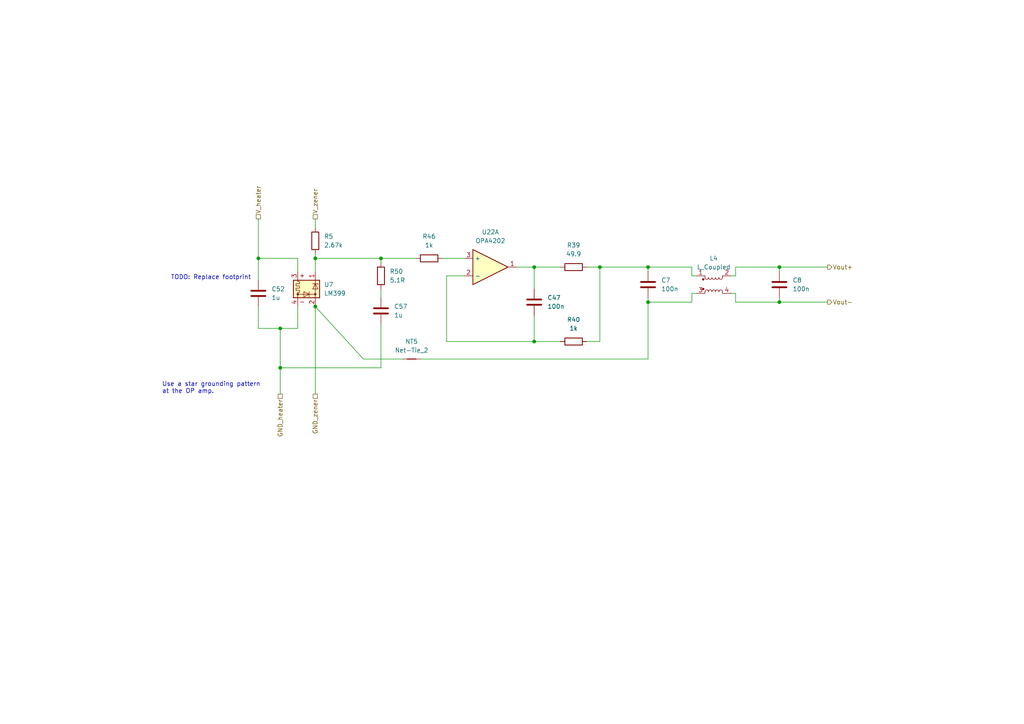
<source format=kicad_sch>
(kicad_sch (version 20231120) (generator "eeschema") (generator_version "8.0")
  (paper "A4")
  (title_block (title "LM399/ADR1399 Burnin Board") (date "2024-11-21") (rev "1.0.1") (company "TU Darmstadt, IAP, APQ") (comment 1 "Copyright (©) 2021, Patrick Baus <patrick.baus@physik.tu-darmstadt.de>") (comment 2 "Licensed under CERN OHL-W v2.0"))
  (lib_symbols
    (symbol "Amplifier_Operational:OPA4197xD"
      (property "Reference" "U" (at 0 3.81 0))
      (property "Value" "OPA4197xD" (at 0 -3.81 0))
      (symbol "OPA4197xD_1_1"
        (polyline (pts (xy -5.08 5.08) (xy 5.08 0) (xy -5.08 -5.08) (xy -5.08 5.08)) (stroke (width 0.254)) (fill (type background)))
        (pin output line (at 7.62 0 180) (length 2.54) (name "~") (number "1"))
        (pin input line (at -7.62 -2.54 0) (length 2.54) (name "-") (number "2"))
        (pin input line (at -7.62 2.54 0) (length 2.54) (name "+") (number "3"))
      )
      (symbol "OPA4197xD_2_1"
        (polyline (pts (xy -5.08 5.08) (xy 5.08 0) (xy -5.08 -5.08) (xy -5.08 5.08)) (stroke (width 0.254)) (fill (type background)))
        (pin input line (at -7.62 2.54 0) (length 2.54) (name "+") (number "5"))
        (pin input line (at -7.62 -2.54 0) (length 2.54) (name "-") (number "6"))
        (pin output line (at 7.62 0 180) (length 2.54) (name "~") (number "7"))
      )
      (symbol "OPA4197xD_3_1"
        (polyline (pts (xy -5.08 5.08) (xy 5.08 0) (xy -5.08 -5.08) (xy -5.08 5.08)) (stroke (width 0.254)) (fill (type background)))
        (pin input line (at -7.62 2.54 0) (length 2.54) (name "+") (number "10"))
        (pin output line (at 7.62 0 180) (length 2.54) (name "~") (number "8"))
        (pin input line (at -7.62 -2.54 0) (length 2.54) (name "-") (number "9"))
      )
      (symbol "OPA4197xD_4_1"
        (polyline (pts (xy -5.08 5.08) (xy 5.08 0) (xy -5.08 -5.08) (xy -5.08 5.08)) (stroke (width 0.254)) (fill (type background)))
        (pin input line (at -7.62 2.54 0) (length 2.54) (name "+") (number "12"))
        (pin input line (at -7.62 -2.54 0) (length 2.54) (name "-") (number "13"))
        (pin output line (at 7.62 0 180) (length 2.54) (name "~") (number "14"))
      )
      (symbol "OPA4197xD_5_1"
        (pin power_in line (at -2.54 -7.62 90) (length 3.81) (name "V-") (number "11"))
        (pin power_in line (at -2.54 7.62 270) (length 3.81) (name "V+") (number "4"))
      )
    )
    (symbol "Device:C" (pin_numbers hide) (pin_names (offset 0.254))
      (property "Reference" "C" (at 0.635 2.54 0))
      (property "Value" "C" (at 0.635 -2.54 0))
      (symbol "C_0_1"
        (polyline (pts (xy -2.032 -0.762) (xy 2.032 -0.762)) (stroke (width 0.508)))
        (polyline (pts (xy -2.032 0.762) (xy 2.032 0.762)) (stroke (width 0.508)))
      )
      (symbol "C_1_1"
        (pin passive line (at 0 3.81 270) (length 2.794) (name "~") (number "1"))
        (pin passive line (at 0 -3.81 90) (length 2.794) (name "~") (number "2"))
      )
    )
    (symbol "Device:L_Coupled" (pin_names (offset 0.254) hide)
      (property "Reference" "L" (at 0 4.445 0))
      (property "Value" "L_Coupled" (at 0 -4.445 0))
      (symbol "L_Coupled_0_1"
        (circle (center -3.048 -1.27) (radius 0.254) (fill (type outline)))
        (circle (center -3.048 1.524) (radius 0.254) (fill (type outline)))
        (arc (start -2.54 2.032) (mid -2.032 1.5262) (end -1.524 2.032))
        (arc (start -1.524 -2.032) (mid -2.032 -1.5262) (end -2.54 -2.032))
        (arc (start -1.524 2.032) (mid -1.016 1.5262) (end -0.508 2.032))
        (arc (start -0.508 -2.032) (mid -1.016 -1.5262) (end -1.524 -2.032))
        (arc (start -0.508 2.032) (mid 0 1.5262) (end 0.508 2.032))
        (polyline (pts (xy -2.54 -2.032) (xy -2.54 -2.54)))
        (polyline (pts (xy -2.54 2.032) (xy -2.54 2.54)))
        (polyline (pts (xy 2.54 -2.032) (xy 2.54 -2.54)))
        (polyline (pts (xy 2.54 2.54) (xy 2.54 2.032)))
        (arc (start 0.508 -2.032) (mid 0 -1.5262) (end -0.508 -2.032))
        (arc (start 0.508 2.032) (mid 1.016 1.5262) (end 1.524 2.032))
        (arc (start 1.524 -2.032) (mid 1.016 -1.5262) (end 0.508 -2.032))
        (arc (start 1.524 2.032) (mid 2.032 1.5262) (end 2.54 2.032))
        (arc (start 2.54 -2.032) (mid 2.032 -1.5262) (end 1.524 -2.032))
      )
      (symbol "L_Coupled_1_1"
        (pin passive line (at -5.08 2.54 0) (length 2.54) (name "1") (number "1"))
        (pin passive line (at 5.08 2.54 180) (length 2.54) (name "2") (number "2"))
        (pin passive line (at -5.08 -2.54 0) (length 2.54) (name "3") (number "3"))
        (pin passive line (at 5.08 -2.54 180) (length 2.54) (name "4") (number "4"))
      )
    )
    (symbol "Device:NetTie_2" (pin_numbers hide) (pin_names (offset 0) hide) (in_bom no)
      (property "Reference" "NT" (at 0 1.27 0))
      (property "Value" "NetTie_2" (at 0 -1.27 0))
      (symbol "NetTie_2_0_1"
        (polyline (pts (xy -1.27 0) (xy 1.27 0)) (stroke (width 0.254)))
      )
      (symbol "NetTie_2_1_1"
        (pin passive line (at -2.54 0 0) (length 2.54) (name "1") (number "1"))
        (pin passive line (at 2.54 0 180) (length 2.54) (name "2") (number "2"))
      )
    )
    (symbol "Device:R" (pin_numbers hide) (pin_names (offset 0))
      (property "Reference" "R" (at 2.032 0 90))
      (property "Value" "R" (at 0 0 90))
      (symbol "R_0_1"
        (rectangle (start -1.016 -2.54) (end 1.016 2.54) (stroke (width 0.254)))
      )
      (symbol "R_1_1"
        (pin passive line (at 0 3.81 270) (length 1.27) (name "~") (number "1"))
        (pin passive line (at 0 -3.81 90) (length 1.27) (name "~") (number "2"))
      )
    )
    (symbol "Reference_Voltage:LM399" (pin_names (offset 1.016) hide)
      (property "Reference" "U" (at 3.81 1.27 0))
      (property "Value" "LM399" (at 3.81 -1.27 0))
      (symbol "LM399_0_0"
        (text "+" (at -1.27 3.937 0) (effects (font (size 1.27 1.27))))
      )
      (symbol "LM399_0_1"
        (rectangle (start -3.81 2.54) (end 3.81 -2.54) (stroke (width 0.254)) (fill (type background)))
        (circle (center -2.54 -1.524) (radius 0.254) (fill (type outline)))
        (polyline (pts (xy -2.54 -2.54) (xy -2.54 -1.016) (xy -2.032 -1.016) (xy -2.032 -0.381) (xy -3.048 -0.381) (xy -3.048 0.254) (xy -2.032 0.254) (xy -2.032 0.889) (xy -3.048 0.889) (xy -3.048 1.524) (xy -2.032 1.524) (xy -2.032 2.159) (xy -2.54 2.159) (xy -2.54 2.54)))
        (circle (center 2.54 -1.524) (radius 0.254) (fill (type outline)))
      )
      (symbol "LM399_1_1"
        (polyline (pts (xy 2.54 -1.524) (xy -2.54 -1.524)))
        (polyline (pts (xy 2.54 2.54) (xy 2.54 -2.54)))
        (polyline (pts (xy 0.762 -0.762) (xy 0.762 -1.524) (xy 0.762 -2.286)))
        (polyline (pts (xy 1.778 1.524) (xy 3.302 1.524) (xy 3.302 1.27)))
        (polyline (pts (xy -0.762 -0.762) (xy -0.762 -2.286) (xy 0.762 -1.524) (xy -0.762 -0.762)))
        (polyline (pts (xy 1.778 0) (xy 3.302 0) (xy 2.54 1.524) (xy 1.778 0)))
        (text "-" (at -1.27 -3.683 0) (effects (font (size 1.27 1.27))))
        (pin passive line (at 2.54 5.08 270) (length 2.54) (name "~") (number "1"))
        (pin passive line (at 2.54 -5.08 90) (length 2.54) (name "~") (number "2"))
        (pin power_in line (at -2.54 5.08 270) (length 2.54) (name "~") (number "3"))
        (pin power_in line (at -2.54 -5.08 90) (length 2.54) (name "~") (number "4"))
      )
    )
  )
  (junction (at 81.28 95.25))
  (junction (at 154.94 77.47))
  (junction (at 173.99 77.47))
  (junction (at 91.44 74.93))
  (junction (at 74.93 74.93))
  (junction (at 110.49 74.93))
  (junction (at 154.94 99.06))
  (junction (at 187.96 77.47))
  (junction (at 187.96 87.63))
  (junction (at 226.06 87.63))
  (junction (at 81.28 106.68))
  (junction (at 226.06 77.47))
  (junction (at 91.44 88.9))
  (wire (pts (xy 74.93 74.93) (xy 86.36 74.93)))
  (wire (pts (xy 212.09 80.01) (xy 213.36 80.01)))
  (wire (pts (xy 74.93 95.25) (xy 81.28 95.25)))
  (wire (pts (xy 110.49 86.36) (xy 110.49 83.82)))
  (wire (pts (xy 86.36 88.9) (xy 86.36 95.25)))
  (wire (pts (xy 74.93 88.9) (xy 74.93 95.25)))
  (wire (pts (xy 201.93 85.09) (xy 200.66 85.09)))
  (wire (pts (xy 91.44 73.66) (xy 91.44 74.93)))
  (wire (pts (xy 173.99 99.06) (xy 170.18 99.06)))
  (wire (pts (xy 200.66 87.63) (xy 187.96 87.63)))
  (wire (pts (xy 187.96 77.47) (xy 200.66 77.47)))
  (wire (pts (xy 129.54 80.01) (xy 129.54 99.06)))
  (wire (pts (xy 173.99 77.47) (xy 187.96 77.47)))
  (wire (pts (xy 81.28 106.68) (xy 81.28 114.3)))
  (wire (pts (xy 74.93 74.93) (xy 74.93 81.28)))
  (wire (pts (xy 128.27 74.93) (xy 134.62 74.93)))
  (wire (pts (xy 162.56 77.47) (xy 154.94 77.47)))
  (wire (pts (xy 91.44 88.9) (xy 91.44 114.3)))
  (wire (pts (xy 226.06 86.36) (xy 226.06 87.63)))
  (wire (pts (xy 187.96 78.74) (xy 187.96 77.47)))
  (wire (pts (xy 200.66 77.47) (xy 200.66 80.01)))
  (wire (pts (xy 240.03 87.63) (xy 226.06 87.63)))
  (wire (pts (xy 105.41 104.14) (xy 116.84 104.14)))
  (wire (pts (xy 213.36 80.01) (xy 213.36 77.47)))
  (wire (pts (xy 162.56 99.06) (xy 154.94 99.06)))
  (wire (pts (xy 81.28 95.25) (xy 81.28 106.68)))
  (wire (pts (xy 105.41 104.14) (xy 91.44 88.9)))
  (wire (pts (xy 154.94 83.82) (xy 154.94 77.47)))
  (wire (pts (xy 226.06 77.47) (xy 240.03 77.47)))
  (wire (pts (xy 86.36 74.93) (xy 86.36 78.74)))
  (wire (pts (xy 91.44 74.93) (xy 91.44 78.74)))
  (wire (pts (xy 91.44 74.93) (xy 110.49 74.93)))
  (wire (pts (xy 74.93 63.5) (xy 74.93 74.93)))
  (wire (pts (xy 213.36 87.63) (xy 213.36 85.09)))
  (wire (pts (xy 154.94 77.47) (xy 149.86 77.47)))
  (wire (pts (xy 226.06 87.63) (xy 213.36 87.63)))
  (wire (pts (xy 187.96 87.63) (xy 187.96 104.14)))
  (wire (pts (xy 110.49 93.98) (xy 110.49 106.68)))
  (wire (pts (xy 110.49 74.93) (xy 120.65 74.93)))
  (wire (pts (xy 173.99 77.47) (xy 170.18 77.47)))
  (wire (pts (xy 187.96 87.63) (xy 187.96 86.36)))
  (wire (pts (xy 121.92 104.14) (xy 187.96 104.14)))
  (wire (pts (xy 200.66 85.09) (xy 200.66 87.63)))
  (wire (pts (xy 91.44 63.5) (xy 91.44 66.04)))
  (wire (pts (xy 154.94 91.44) (xy 154.94 99.06)))
  (wire (pts (xy 86.36 95.25) (xy 81.28 95.25)))
  (wire (pts (xy 173.99 77.47) (xy 173.99 99.06)))
  (wire (pts (xy 200.66 80.01) (xy 201.93 80.01)))
  (wire (pts (xy 154.94 99.06) (xy 129.54 99.06)))
  (wire (pts (xy 110.49 74.93) (xy 110.49 76.2)))
  (wire (pts (xy 134.62 80.01) (xy 129.54 80.01)))
  (wire (pts (xy 110.49 106.68) (xy 81.28 106.68)))
  (wire (pts (xy 213.36 77.47) (xy 226.06 77.47)))
  (wire (pts (xy 226.06 77.47) (xy 226.06 78.74)))
  (wire (pts (xy 213.36 85.09) (xy 212.09 85.09)))
  (text "TODO: Replace footprint" (at 49.53 81.28 0) (effects (font (size 1.27 1.27)) (justify left bottom)))
  (text "Use a star grounding pattern\nat the OP amp." (at 46.99 114.3 0) (effects (font (size 1.27 1.27)) (justify left bottom)))
  (hierarchical_label "V_heater" (shape passive) (at 74.93 63.5 90))
  (hierarchical_label "V_zener" (shape passive) (at 91.44 63.5 90))
  (hierarchical_label "Vout-" (shape output) (at 240.03 87.63 0))
  (hierarchical_label "GND_zener" (shape passive) (at 91.44 114.3 270))
  (hierarchical_label "GND_heater" (shape passive) (at 81.28 114.3 270))
  (hierarchical_label "Vout+" (shape output) (at 240.03 77.47 0))
  (symbol (lib_id "Device:R") (at 91.44 69.85 0) (unit 1)
    (property "Reference" "R9" (at 93.98 68.58 0) (effects (justify left)))
    (property "Value" "2.67k" (at 93.98 71.12 0) (effects (justify left)))
    (property "Footprint" "Capacitor_SMD:C_0805_2012Metric" (effects (hide yes)))
    (property "MFN" "Susumu" (effects (hide yes)))
    (property "PN" "RR1220P-2671-D-M" (effects (hide yes)))
    (instances (project "lm399_burnin_board" (path "" (reference "R5") (unit 1)) (path "" (reference "R31") (unit 1)) (path "" (reference "R2") (unit 1)) (path "" (reference "R6") (unit 1)) (path "" (reference "R10") (unit 1)) (path "" (reference "R69") (unit 1)) (path "" (reference "R7") (unit 1)) (path "" (reference "R11") (unit 1)) (path "" (reference "R12") (unit 1)) (path "" (reference "R8") (unit 1)) (path "" (reference "R9") (unit 1)) (path "" (reference "R13") (unit 1)) (path "" (reference "R17") (unit 1)) (path "" (reference "R92") (unit 1)) (path "" (reference "R14") (unit 1)) (path "" (reference "R18") (unit 1)) (path "" (reference "R3") (unit 1)) (path "" (reference "R36") (unit 1)) (path "" (reference "R1") (unit 1)) (path "" (reference "R4") (unit 1))))
  )
  (symbol (lib_id "Device:R") (at 110.49 80.01 0) (unit 1)
    (property "Reference" "R55" (at 113.03 78.74 0) (effects (justify left)))
    (property "Value" "5.1R" (at 113.03 81.28 0) (effects (justify left)))
    (property "Footprint" "Capacitor_SMD:C_0603_1608Metric" (effects (hide yes)))
    (property "MFN" "Vishay" (effects (hide yes)))
    (property "PN" "CRCW06035R10JNEA" (effects (hide yes)))
    (instances (project "main" (path "" (reference "R50") (unit 1)) (path "" (reference "R20") (unit 1)) (path "" (reference "R19") (unit 1)) (path "" (reference "R49") (unit 1)) (path "" (reference "R85") (unit 1)) (path "" (reference "R54") (unit 1)) (path "" (reference "R59") (unit 1)) (path "" (reference "R84") (unit 1)) (path "" (reference "R83") (unit 1)) (path "" (reference "R53") (unit 1)) (path "" (reference "R55") (unit 1)) (path "" (reference "R82") (unit 1)) (path "" (reference "R102") (unit 1)) (path "" (reference "R86") (unit 1)) (path "" (reference "R87") (unit 1)) (path "" (reference "R101") (unit 1)) (path "" (reference "R52") (unit 1)) (path "" (reference "R22") (unit 1)) (path "" (reference "R21") (unit 1)) (path "" (reference "R51") (unit 1))))
  )
  (symbol (lib_id "Device:C") (at 110.49 90.17 0) (unit 1)
    (property "Reference" "C59" (at 114.3 88.9 0) (effects (justify left)))
    (property "Value" "1u" (at 114.3 91.44 0) (effects (justify left)))
    (property "Footprint" "Capacitor_SMD:C_0603_1608Metric" (effects (hide yes)))
    (property "MFN" "TDK" (effects (hide yes)))
    (property "PN" "CGA3E1X7R1V105K080AE" (effects (hide yes)))
    (instances (project "main" (path "" (reference "C57") (unit 1)) (path "" (reference "C34") (unit 1)) (path "" (reference "C32") (unit 1)) (path "" (reference "C51") (unit 1)) (path "" (reference "C92") (unit 1)) (path "" (reference "C62") (unit 1)) (path "" (reference "C61") (unit 1)) (path "" (reference "C87") (unit 1)) (path "" (reference "C91") (unit 1)) (path "" (reference "C60") (unit 1)) (path "" (reference "C59") (unit 1)) (path "" (reference "C84") (unit 1)) (path "" (reference "C107") (unit 1)) (path "" (reference "C96") (unit 1)) (path "" (reference "C95") (unit 1)) (path "" (reference "C105") (unit 1)) (path "" (reference "C58") (unit 1)) (path "" (reference "C38") (unit 1)) (path "" (reference "C36") (unit 1)) (path "" (reference "C53") (unit 1))))
  )
  (symbol (lib_id "Amplifier_Operational:OPA4197xD") (at 142.24 77.47 0) (unit 3)
    (property "Reference" "U24" (at 142.24 67.31 0))
    (property "Value" "OPA4202" (at 142.24 69.85 0))
    (property "Footprint" "Package_SO:SOIC-14_3.9x8.7mm_P1.27mm" (effects (hide yes)))
    (property "Datasheet" "http://www.ti.com/lit/ds/symlink/opa4197.pdf" (effects (hide yes)))
    (property "MFN" "Texas Instruments" (effects (hide yes)))
    (property "PN" "OPA4202ID" (effects (hide yes)))
    (instances (project "main" (path "" (reference "U22") (unit 1)) (path "" (reference "U22") (unit 2)) (path "" (reference "U22") (unit 3)) (path "" (reference "U22") (unit 4)) (path "" (reference "U25") (unit 1)) (path "" (reference "U25") (unit 2)) (path "" (reference "U25") (unit 3)) (path "" (reference "U25") (unit 4)) (path "" (reference "U24") (unit 1)) (path "" (reference "U24") (unit 2)) (path "" (reference "U24") (unit 3)) (path "" (reference "U24") (unit 4)) (path "" (reference "U26") (unit 1)) (path "" (reference "U26") (unit 2)) (path "" (reference "U26") (unit 3)) (path "" (reference "U26") (unit 4)) (path "" (reference "U23") (unit 1)) (path "" (reference "U23") (unit 2)) (path "" (reference "U23") (unit 3)) (path "" (reference "U23") (unit 4))))
  )
  (symbol (lib_id "Device:L_Coupled") (at 207.01 82.55 0) (unit 1)
    (property "Reference" "L19" (at 207.01 74.93 0))
    (property "Value" "L_Coupled" (at 207.01 77.47 0))
    (property "Footprint" "Custom Footprints:L_CommonMode_EPCOS_B82790" (effects (hide yes)))
    (property "MFN" "EPCOS" (effects (hide yes)))
    (property "PN" "B82790S0513N201" (effects (hide yes)))
    (instances (project "main" (path "" (reference "L4") (unit 1)) (path "" (reference "L2") (unit 1)) (path "" (reference "L16") (unit 1)) (path "" (reference "L3") (unit 1)) (path "" (reference "L11") (unit 1)) (path "" (reference "L7") (unit 1)) (path "" (reference "L17") (unit 1)) (path "" (reference "L10") (unit 1)) (path "" (reference "L9") (unit 1)) (path "" (reference "L18") (unit 1)) (path "" (reference "L19") (unit 1)) (path "" (reference "L8") (unit 1)) (path "" (reference "L14") (unit 1)) (path "" (reference "L12") (unit 1)) (path "" (reference "L20") (unit 1)) (path "" (reference "L13") (unit 1)) (path "" (reference "L6") (unit 1)) (path "" (reference "L1") (unit 1)) (path "" (reference "L15") (unit 1)) (path "" (reference "L5") (unit 1))))
  )
  (symbol (lib_id "Device:C") (at 187.96 82.55 0) (unit 1)
    (property "Reference" "C90" (at 191.77 81.28 0) (effects (justify left)))
    (property "Value" "100n" (at 191.77 83.82 0) (effects (justify left)))
    (property "Footprint" "Capacitor_SMD:C_1206_3216Metric" (effects (hide yes)))
    (property "MFN" "TDK" (effects (hide yes)))
    (property "PN" "CGA5L2C0G1H104J160AA" (effects (hide yes)))
    (instances (project "main" (path "" (reference "C7") (unit 1)) (path "" (reference "C3") (unit 1)) (path "" (reference "C64") (unit 1)) (path "" (reference "C5") (unit 1)) (path "" (reference "C21") (unit 1)) (path "" (reference "C13") (unit 1)) (path "" (reference "C70") (unit 1)) (path "" (reference "C19") (unit 1)) (path "" (reference "C17") (unit 1)) (path "" (reference "C76") (unit 1)) (path "" (reference "C90") (unit 1)) (path "" (reference "C15") (unit 1)) (path "" (reference "C29") (unit 1)) (path "" (reference "C23") (unit 1)) (path "" (reference "C94") (unit 1)) (path "" (reference "C27") (unit 1)) (path "" (reference "C11") (unit 1)) (path "" (reference "C1") (unit 1)) (path "" (reference "C56") (unit 1)) (path "" (reference "C9") (unit 1))))
  )
  (symbol (lib_id "Reference_Voltage:LM399") (at 88.9 83.82 0) (unit 1)
    (property "Reference" "U12" (at 93.98 82.55 0) (effects (justify left)))
    (property "Value" "LM399" (at 93.98 85.09 0) (effects (justify left)))
    (property "Footprint" "Custom_footprints_project:Analog_TO-46-4_ThermalShield_socket" (effects (hide yes)))
    (property "Datasheet" "https://www.analog.com/media/en/technical-documentation/data-sheets/199399fc.pdf" (effects (hide yes)))
    (property "MFN" "Molex" (effects (hide yes)))
    (property "PN" "79107-7001" (effects (hide yes)))
    (instances (project "main" (path "" (reference "U7") (unit 1)) (path "" (reference "U3") (unit 1)) (path "" (reference "U4") (unit 1)) (path "" (reference "U8") (unit 1)) (path "" (reference "U13") (unit 1)) (path "" (reference "U9") (unit 1)) (path "" (reference "U10") (unit 1)) (path "" (reference "U14") (unit 1)) (path "" (reference "U15") (unit 1)) (path "" (reference "U11") (unit 1)) (path "" (reference "U12") (unit 1)) (path "" (reference "U16") (unit 1)) (path "" (reference "U19") (unit 1)) (path "" (reference "U17") (unit 1)) (path "" (reference "U18") (unit 1)) (path "" (reference "U20") (unit 1)) (path "" (reference "U5") (unit 1)) (path "" (reference "U1") (unit 1)) (path "" (reference "U2") (unit 1)) (path "" (reference "U6") (unit 1))))
  )
  (symbol (lib_id "Device:R") (at 166.37 77.47 270) (unit 1)
    (property "Reference" "R62" (at 166.37 71.12 90))
    (property "Value" "49.9" (at 166.37 73.66 90))
    (property "Footprint" "Resistor_SMD:R_0603_1608Metric" (effects (hide yes)))
    (property "MFN" "Yageo" (effects (hide yes)))
    (property "PN" "AT0603DRD0749R9L" (effects (hide yes)))
    (instances (project "main" (path "" (reference "R39") (unit 1)) (path "" (reference "R29") (unit 1)) (path "" (reference "R27") (unit 1)) (path "" (reference "R37") (unit 1)) (path "" (reference "R77") (unit 1)) (path "" (reference "R67") (unit 1)) (path "" (reference "R66") (unit 1)) (path "" (reference "R74") (unit 1)) (path "" (reference "R73") (unit 1)) (path "" (reference "R64") (unit 1)) (path "" (reference "R62") (unit 1)) (path "" (reference "R70") (unit 1)) (path "" (reference "R98") (unit 1)) (path "" (reference "R91") (unit 1)) (path "" (reference "R90") (unit 1)) (path "" (reference "R94") (unit 1)) (path "" (reference "R43") (unit 1)) (path "" (reference "R35") (unit 1)) (path "" (reference "R33") (unit 1)) (path "" (reference "R41") (unit 1))))
  )
  (symbol (lib_id "Device:R") (at 166.37 99.06 270) (unit 1)
    (property "Reference" "R61" (at 166.37 92.71 90))
    (property "Value" "1k" (at 166.37 95.25 90))
    (property "Footprint" "Resistor_SMD:R_0603_1608Metric" (effects (hide yes)))
    (property "MFN" "Yageo" (effects (hide yes)))
    (property "PN" "AT0603DRD071KL" (effects (hide yes)))
    (instances (project "main" (path "" (reference "R40") (unit 1)) (path "" (reference "R30") (unit 1)) (path "" (reference "R28") (unit 1)) (path "" (reference "R38") (unit 1)) (path "" (reference "R76") (unit 1)) (path "" (reference "R68") (unit 1)) (path "" (reference "R65") (unit 1)) (path "" (reference "R75") (unit 1)) (path "" (reference "R72") (unit 1)) (path "" (reference "R63") (unit 1)) (path "" (reference "R61") (unit 1)) (path "" (reference "R71") (unit 1)) (path "" (reference "R96") (unit 1)) (path "" (reference "R97") (unit 1)) (path "" (reference "R93") (unit 1)) (path "" (reference "R95") (unit 1)) (path "" (reference "R44") (unit 1)) (path "" (reference "R34") (unit 1)) (path "" (reference "R32") (unit 1)) (path "" (reference "R42") (unit 1))))
  )
  (symbol (lib_id "Device:C") (at 154.94 87.63 0) (unit 1)
    (property "Reference" "C71" (at 158.75 86.36 0) (effects (justify left)))
    (property "Value" "100n" (at 158.75 88.9 0) (effects (justify left)))
    (property "Footprint" "Capacitor_SMD:C_1206_3216Metric" (effects (hide yes)))
    (property "MFN" "TDK" (effects (hide yes)))
    (property "PN" "CGA5L2C0G1H104J160AA" (effects (hide yes)))
    (instances (project "main" (path "" (reference "C47") (unit 1)) (path "" (reference "C40") (unit 1)) (path "" (reference "C39") (unit 1)) (path "" (reference "C46") (unit 1)) (path "" (reference "C81") (unit 1)) (path "" (reference "C74") (unit 1)) (path "" (reference "C73") (unit 1)) (path "" (reference "C80") (unit 1)) (path "" (reference "C79") (unit 1)) (path "" (reference "C72") (unit 1)) (path "" (reference "C71") (unit 1)) (path "" (reference "C77") (unit 1)) (path "" (reference "C102") (unit 1)) (path "" (reference "C100") (unit 1)) (path "" (reference "C99") (unit 1)) (path "" (reference "C101") (unit 1)) (path "" (reference "C50") (unit 1)) (path "" (reference "C44") (unit 1)) (path "" (reference "C42") (unit 1)) (path "" (reference "C49") (unit 1))))
  )
  (symbol (lib_id "Device:C") (at 74.93 85.09 0) (unit 1)
    (property "Reference" "C65" (at 78.74 83.82 0) (effects (justify left)))
    (property "Value" "1u" (at 78.74 86.36 0) (effects (justify left)))
    (property "Footprint" "Capacitor_SMD:C_0603_1608Metric" (effects (hide yes)))
    (property "MFN" "TDK" (effects (hide yes)))
    (property "PN" "CGA3E1X7R1V105K080AE" (effects (hide yes)))
    (instances (project "main" (path "" (reference "C52") (unit 1)) (path "" (reference "C33") (unit 1)) (path "" (reference "C31") (unit 1)) (path "" (reference "C45") (unit 1)) (path "" (reference "C88") (unit 1)) (path "" (reference "C68") (unit 1)) (path "" (reference "C67") (unit 1)) (path "" (reference "C86") (unit 1)) (path "" (reference "C85") (unit 1)) (path "" (reference "C66") (unit 1)) (path "" (reference "C65") (unit 1)) (path "" (reference "C83") (unit 1)) (path "" (reference "C106") (unit 1)) (path "" (reference "C98") (unit 1)) (path "" (reference "C97") (unit 1)) (path "" (reference "C104") (unit 1)) (path "" (reference "C54") (unit 1)) (path "" (reference "C37") (unit 1)) (path "" (reference "C35") (unit 1)) (path "" (reference "C48") (unit 1))))
  )
  (symbol (lib_id "Device:C") (at 226.06 82.55 0) (unit 1)
    (property "Reference" "C89" (at 229.87 81.28 0) (effects (justify left)))
    (property "Value" "100n" (at 229.87 83.82 0) (effects (justify left)))
    (property "Footprint" "Capacitor_SMD:C_1206_3216Metric" (effects (hide yes)))
    (property "MFN" "TDK" (effects (hide yes)))
    (property "PN" "CGA5L2C0G1H104J160AA" (effects (hide yes)))
    (instances (project "main" (path "" (reference "C8") (unit 1)) (path "" (reference "C4") (unit 1)) (path "" (reference "C63") (unit 1)) (path "" (reference "C6") (unit 1)) (path "" (reference "C22") (unit 1)) (path "" (reference "C14") (unit 1)) (path "" (reference "C69") (unit 1)) (path "" (reference "C20") (unit 1)) (path "" (reference "C18") (unit 1)) (path "" (reference "C75") (unit 1)) (path "" (reference "C89") (unit 1)) (path "" (reference "C16") (unit 1)) (path "" (reference "C30") (unit 1)) (path "" (reference "C24") (unit 1)) (path "" (reference "C93") (unit 1)) (path "" (reference "C28") (unit 1)) (path "" (reference "C12") (unit 1)) (path "" (reference "C2") (unit 1)) (path "" (reference "C55") (unit 1)) (path "" (reference "C10") (unit 1))))
  )
  (symbol (lib_id "Device:R") (at 124.46 74.93 270) (unit 1)
    (property "Reference" "R56" (at 124.46 68.58 90))
    (property "Value" "1k" (at 124.46 71.12 90))
    (property "Footprint" "Resistor_SMD:R_0603_1608Metric" (effects (hide yes)))
    (property "MFN" "Yageo" (effects (hide yes)))
    (property "PN" "AT0603DRD071KL" (effects (hide yes)))
    (instances (project "main" (path "" (reference "R46") (unit 1)) (path "" (reference "R24") (unit 1)) (path "" (reference "R23") (unit 1)) (path "" (reference "R45") (unit 1)) (path "" (reference "R81") (unit 1)) (path "" (reference "R60") (unit 1)) (path "" (reference "R58") (unit 1)) (path "" (reference "R80") (unit 1)) (path "" (reference "R79") (unit 1)) (path "" (reference "R57") (unit 1)) (path "" (reference "R56") (unit 1)) (path "" (reference "R78") (unit 1)) (path "" (reference "R100") (unit 1)) (path "" (reference "R89") (unit 1)) (path "" (reference "R88") (unit 1)) (path "" (reference "R99") (unit 1)) (path "" (reference "R48") (unit 1)) (path "" (reference "R26") (unit 1)) (path "" (reference "R25") (unit 1)) (path "" (reference "R47") (unit 1))))
  )
  (symbol (lib_id "Device:NetTie_2") (at 119.38 104.14 0) (unit 1) (in_bom no)
    (property "Reference" "NT21" (at 119.38 99.06 0))
    (property "Value" "Net-Tie_2" (at 119.38 101.6 0))
    (property "Footprint" "Custom Footprints:NET-TIE-0.25mm" (effects (hide yes)))
    (instances (project "main" (path "" (reference "NT5") (unit 1)) (path "" (reference "NT2") (unit 1)) (path "" (reference "NT17") (unit 1)) (path "" (reference "NT6") (unit 1)) (path "" (reference "NT9") (unit 1)) (path "" (reference "NT7") (unit 1)) (path "" (reference "NT22") (unit 1)) (path "" (reference "NT10") (unit 1)) (path "" (reference "NT11") (unit 1)) (path "" (reference "NT8") (unit 1)) (path "" (reference "NT21") (unit 1)) (path "" (reference "NT12") (unit 1)) (path "" (reference "NT15") (unit 1)) (path "" (reference "NT13") (unit 1)) (path "" (reference "NT25") (unit 1)) (path "" (reference "NT16") (unit 1)) (path "" (reference "NT3") (unit 1)) (path "" (reference "NT1") (unit 1)) (path "" (reference "NT18") (unit 1)) (path "" (reference "NT4") (unit 1))))
  )
)
</source>
